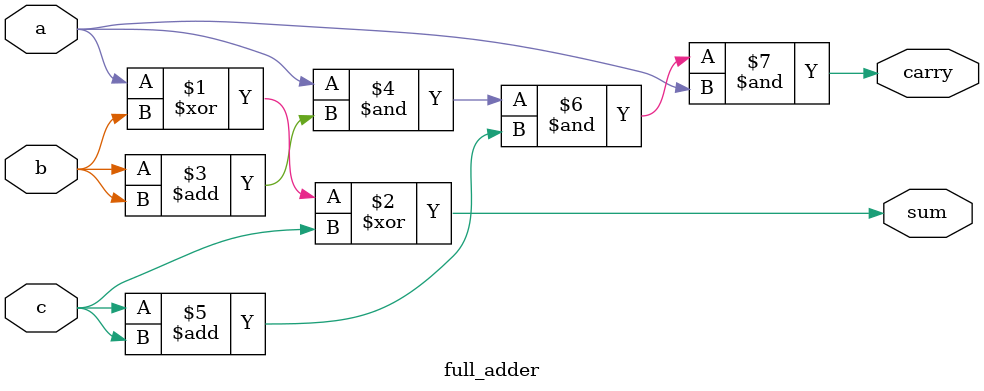
<source format=v>
module full_adder(a,b,c,sum,carry);
  input a,b,c;
  output sum,carry;
  assign sum=a^b^c;
  assign carry=a&b+b&c+c&a;
endmodule

</source>
